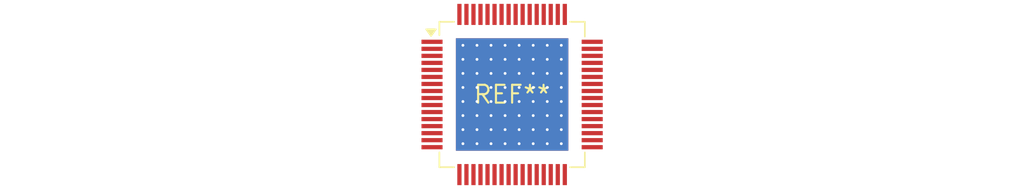
<source format=kicad_pcb>
(kicad_pcb (version 20240108) (generator pcbnew)
  (layers (0 "F.Cu" signal) (31 "B.Cu" signal) (34 "B.Paste" user) (35 "F.Paste" user) (36 "B.SilkS" user "B.Silkscreen") (37 "F.SilkS" user "F.Silkscreen") (38 "B.Mask" user) (39 "F.Mask" user) (44 "Edge.Cuts" user))
  (net 0 "")
  (footprint "HTQFP-64-1EP_10x10mm_P0.5mm_EP8x8mm_Mask4.4x4.4mm_ThermalVias" (layer "F.Cu") (at 0 0)
    (property "Reference" "REF**")
    (property "Value" "HTQFP-64-1EP_10x10mm_P0.5mm_EP8x8mm_Mask4.4x4.4mm_ThermalVias")
    (fp_line (start -5.175 -5.175) (end -5.175 -4.225) (layer "F.SilkS") (stroke (width 0.12)))
    (fp_line (start -5.175 -5.175) (end -4.125 -5.175) (layer "F.SilkS") (stroke (width 0.12)))
    (fp_line (start -5.175 5.175) (end -5.175 4.125) (layer "F.SilkS") (stroke (width 0.12)))
    (fp_line (start -5.175 5.175) (end -4.125 5.175) (layer "F.SilkS") (stroke (width 0.12)))
    (fp_line (start 5.175 -5.175) (end 4.125 -5.175) (layer "F.SilkS") (stroke (width 0.12)))
    (fp_line (start 5.175 -5.175) (end 5.175 -4.125) (layer "F.SilkS") (stroke (width 0.12)))
    (fp_line (start 5.175 5.175) (end 4.125 5.175) (layer "F.SilkS") (stroke (width 0.12)))
    (fp_line (start 5.175 5.175) (end 5.175 4.125) (layer "F.SilkS") (stroke (width 0.12)))
    (fp_poly (pts (xy -5.77 -4.17) (xy -6.11 -4.64) (xy -5.43 -4.64) (xy -5.77 -4.17)) (layer "F.SilkS") (stroke (width 0.12)) (fill solid))
    (pad "1" smd rect (at -5.7 -3.75) (size 1.5 0.3) (layers "F.Cu" "F.Paste" "F.Mask"))
    (pad "2" smd rect (at -5.7 -3.25) (size 1.5 0.3) (layers "F.Cu" "F.Paste" "F.Mask"))
    (pad "3" smd rect (at -5.7 -2.75) (size 1.5 0.3) (layers "F.Cu" "F.Paste" "F.Mask"))
    (pad "4" smd rect (at -5.7 -2.25) (size 1.5 0.3) (layers "F.Cu" "F.Paste" "F.Mask"))
    (pad "5" smd rect (at -5.7 -1.75) (size 1.5 0.3) (layers "F.Cu" "F.Paste" "F.Mask"))
    (pad "6" smd rect (at -5.7 -1.25) (size 1.5 0.3) (layers "F.Cu" "F.Paste" "F.Mask"))
    (pad "7" smd rect (at -5.7 -0.75) (size 1.5 0.3) (layers "F.Cu" "F.Paste" "F.Mask"))
    (pad "8" smd rect (at -5.7 -0.25) (size 1.5 0.3) (layers "F.Cu" "F.Paste" "F.Mask"))
    (pad "9" smd rect (at -5.7 0.25) (size 1.5 0.3) (layers "F.Cu" "F.Paste" "F.Mask"))
    (pad "10" smd rect (at -5.7 0.75) (size 1.5 0.3) (layers "F.Cu" "F.Paste" "F.Mask"))
    (pad "11" smd rect (at -5.7 1.25) (size 1.5 0.3) (layers "F.Cu" "F.Paste" "F.Mask"))
    (pad "12" smd rect (at -5.7 1.75) (size 1.5 0.3) (layers "F.Cu" "F.Paste" "F.Mask"))
    (pad "13" smd rect (at -5.7 2.25) (size 1.5 0.3) (layers "F.Cu" "F.Paste" "F.Mask"))
    (pad "14" smd rect (at -5.7 2.75) (size 1.5 0.3) (layers "F.Cu" "F.Paste" "F.Mask"))
    (pad "15" smd rect (at -5.7 3.25) (size 1.5 0.3) (layers "F.Cu" "F.Paste" "F.Mask"))
    (pad "16" smd rect (at -5.7 3.75) (size 1.5 0.3) (layers "F.Cu" "F.Paste" "F.Mask"))
    (pad "17" smd rect (at -3.75 5.7 90) (size 1.5 0.3) (layers "F.Cu" "F.Paste" "F.Mask"))
    (pad "18" smd rect (at -3.25 5.7 90) (size 1.5 0.3) (layers "F.Cu" "F.Paste" "F.Mask"))
    (pad "19" smd rect (at -2.75 5.7 90) (size 1.5 0.3) (layers "F.Cu" "F.Paste" "F.Mask"))
    (pad "20" smd rect (at -2.25 5.7 90) (size 1.5 0.3) (layers "F.Cu" "F.Paste" "F.Mask"))
    (pad "21" smd rect (at -1.75 5.7 90) (size 1.5 0.3) (layers "F.Cu" "F.Paste" "F.Mask"))
    (pad "22" smd rect (at -1.25 5.7 90) (size 1.5 0.3) (layers "F.Cu" "F.Paste" "F.Mask"))
    (pad "23" smd rect (at -0.75 5.7 90) (size 1.5 0.3) (layers "F.Cu" "F.Paste" "F.Mask"))
    (pad "24" smd rect (at -0.25 5.7 90) (size 1.5 0.3) (layers "F.Cu" "F.Paste" "F.Mask"))
    (pad "25" smd rect (at 0.25 5.7 90) (size 1.5 0.3) (layers "F.Cu" "F.Paste" "F.Mask"))
    (pad "26" smd rect (at 0.75 5.7 90) (size 1.5 0.3) (layers "F.Cu" "F.Paste" "F.Mask"))
    (pad "27" smd rect (at 1.25 5.7 90) (size 1.5 0.3) (layers "F.Cu" "F.Paste" "F.Mask"))
    (pad "28" smd rect (at 1.75 5.7 90) (size 1.5 0.3) (layers "F.Cu" "F.Paste" "F.Mask"))
    (pad "29" smd rect (at 2.25 5.7 90) (size 1.5 0.3) (layers "F.Cu" "F.Paste" "F.Mask"))
    (pad "30" smd rect (at 2.75 5.7 90) (size 1.5 0.3) (layers "F.Cu" "F.Paste" "F.Mask"))
    (pad "31" smd rect (at 3.25 5.7 90) (size 1.5 0.3) (layers "F.Cu" "F.Paste" "F.Mask"))
    (pad "32" smd rect (at 3.75 5.7 90) (size 1.5 0.3) (layers "F.Cu" "F.Paste" "F.Mask"))
    (pad "33" smd rect (at 5.7 3.75) (size 1.5 0.3) (layers "F.Cu" "F.Paste" "F.Mask"))
    (pad "34" smd rect (at 5.7 3.25) (size 1.5 0.3) (layers "F.Cu" "F.Paste" "F.Mask"))
    (pad "35" smd rect (at 5.7 2.75) (size 1.5 0.3) (layers "F.Cu" "F.Paste" "F.Mask"))
    (pad "36" smd rect (at 5.7 2.25) (size 1.5 0.3) (layers "F.Cu" "F.Paste" "F.Mask"))
    (pad "37" smd rect (at 5.7 1.75) (size 1.5 0.3) (layers "F.Cu" "F.Paste" "F.Mask"))
    (pad "38" smd rect (at 5.7 1.25) (size 1.5 0.3) (layers "F.Cu" "F.Paste" "F.Mask"))
    (pad "39" smd rect (at 5.7 0.75) (size 1.5 0.3) (layers "F.Cu" "F.Paste" "F.Mask"))
    (pad "40" smd rect (at 5.7 0.25) (size 1.5 0.3) (layers "F.Cu" "F.Paste" "F.Mask"))
    (pad "41" smd rect (at 5.7 -0.25) (size 1.5 0.3) (layers "F.Cu" "F.Paste" "F.Mask"))
    (pad "42" smd rect (at 5.7 -0.75) (size 1.5 0.3) (layers "F.Cu" "F.Paste" "F.Mask"))
    (pad "43" smd rect (at 5.7 -1.25) (size 1.5 0.3) (layers "F.Cu" "F.Paste" "F.Mask"))
    (pad "44" smd rect (at 5.7 -1.75) (size 1.5 0.3) (layers "F.Cu" "F.Paste" "F.Mask"))
    (pad "45" smd rect (at 5.7 -2.25) (size 1.5 0.3) (layers "F.Cu" "F.Paste" "F.Mask"))
    (pad "46" smd rect (at 5.7 -2.75) (size 1.5 0.3) (layers "F.Cu" "F.Paste" "F.Mask"))
    (pad "47" smd rect (at 5.7 -3.25) (size 1.5 0.3) (layers "F.Cu" "F.Paste" "F.Mask"))
    (pad "48" smd rect (at 5.7 -3.75) (size 1.5 0.3) (layers "F.Cu" "F.Paste" "F.Mask"))
    (pad "49" smd rect (at 3.75 -5.7 90) (size 1.5 0.3) (layers "F.Cu" "F.Paste" "F.Mask"))
    (pad "50" smd rect (at 3.25 -5.7 90) (size 1.5 0.3) (layers "F.Cu" "F.Paste" "F.Mask"))
    (pad "51" smd rect (at 2.75 -5.7 90) (size 1.5 0.3) (layers "F.Cu" "F.Paste" "F.Mask"))
    (pad "52" smd rect (at 2.25 -5.7 90) (size 1.5 0.3) (layers "F.Cu" "F.Paste" "F.Mask"))
    (pad "53" smd rect (at 1.75 -5.7 90) (size 1.5 0.3) (layers "F.Cu" "F.Paste" "F.Mask"))
    (pad "54" smd rect (at 1.25 -5.7 90) (size 1.5 0.3) (layers "F.Cu" "F.Paste" "F.Mask"))
    (pad "55" smd rect (at 0.75 -5.7 90) (size 1.5 0.3) (layers "F.Cu" "F.Paste" "F.Mask"))
    (pad "56" smd rect (at 0.25 -5.7 90) (size 1.5 0.3) (layers "F.Cu" "F.Paste" "F.Mask"))
    (pad "57" smd rect (at -0.25 -5.7 90) (size 1.5 0.3) (layers "F.Cu" "F.Paste" "F.Mask"))
    (pad "58" smd rect (at -0.75 -5.7 90) (size 1.5 0.3) (layers "F.Cu" "F.Paste" "F.Mask"))
    (pad "59" smd rect (at -1.25 -5.7 90) (size 1.5 0.3) (layers "F.Cu" "F.Paste" "F.Mask"))
    (pad "60" smd rect (at -1.75 -5.7 90) (size 1.5 0.3) (layers "F.Cu" "F.Paste" "F.Mask"))
    (pad "61" smd rect (at -2.25 -5.7 90) (size 1.5 0.3) (layers "F.Cu" "F.Paste" "F.Mask"))
    (pad "62" smd rect (at -2.75 -5.7 90) (size 1.5 0.3) (layers "F.Cu" "F.Paste" "F.Mask"))
    (pad "63" smd rect (at -3.25 -5.7 90) (size 1.5 0.3) (layers "F.Cu" "F.Paste" "F.Mask"))
    (pad "64" smd rect (at -3.75 -5.7 90) (size 1.5 0.3) (layers "F.Cu" "F.Paste" "F.Mask"))
    (pad "65" thru_hole circle (at -3.5 -3.5 90) (size 0.5 0.5) (drill 0.2) (layers *.Cu) (remove_unused_layers))
    (pad "65" thru_hole circle (at -3.5 -2.5 90) (size 0.5 0.5) (drill 0.2) (layers *.Cu) (remove_unused_layers))
    (pad "65" thru_hole circle (at -3.5 -1.5 90) (size 0.5 0.5) (drill 0.2) (layers *.Cu) (remove_unused_layers))
    (pad "65" thru_hole circle (at -3.5 -0.5 90) (size 0.5 0.5) (drill 0.2) (layers *.Cu) (remove_unused_layers))
    (pad "65" thru_hole circle (at -3.5 0.5 90) (size 0.5 0.5) (drill 0.2) (layers *.Cu) (remove_unused_layers))
    (pad "65" thru_hole circle (at -3.5 1.5 90) (size 0.5 0.5) (drill 0.2) (layers *.Cu) (remove_unused_layers))
    (pad "65" thru_hole circle (at -3.5 2.5 90) (size 0.5 0.5) (drill 0.2) (layers *.Cu) (remove_unused_layers))
    (pad "65" thru_hole circle (at -3.5 3.5 90) (size 0.5 0.5) (drill 0.2) (layers *.Cu) (remove_unused_layers))
    (pad "65" thru_hole circle (at -2.5 -3.5 90) (size 0.5 0.5) (drill 0.2) (layers *.Cu) (remove_unused_layers))
    (pad "65" thru_hole circle (at -2.5 -2.5 90) (size 0.5 0.5) (drill 0.2) (layers *.Cu) (remove_unused_layers))
    (pad "65" thru_hole circle (at -2.5 -1.5 90) (size 0.5 0.5) (drill 0.2) (layers *.Cu) (remove_unused_layers))
    (pad "65" thru_hole circle (at -2.5 -0.5 90) (size 0.5 0.5) (drill 0.2) (layers *.Cu) (remove_unused_layers))
    (pad "65" thru_hole circle (at -2.5 0.5 90) (size 0.5 0.5) (drill 0.2) (layers *.Cu) (remove_unused_layers))
    (pad "65" thru_hole circle (at -2.5 1.5 90) (size 0.5 0.5) (drill 0.2) (layers *.Cu) (remove_unused_layers))
    (pad "65" thru_hole circle (at -2.5 2.5 90) (size 0.5 0.5) (drill 0.2) (layers *.Cu) (remove_unused_layers))
    (pad "65" thru_hole circle (at -2.5 3.5 90) (size 0.5 0.5) (drill 0.2) (layers *.Cu) (remove_unused_layers))
    (pad "65" thru_hole circle (at -1.5 -3.5 90) (size 0.5 0.5) (drill 0.2) (layers *.Cu) (remove_unused_layers))
    (pad "65" thru_hole circle (at -1.5 -2.5 90) (size 0.5 0.5) (drill 0.2) (layers *.Cu) (remove_unused_layers))
    (pad "65" thru_hole circle (at -1.5 -1.5 90) (size 0.5 0.5) (drill 0.2) (layers *.Cu) (remove_unused_layers))
    (pad "65" thru_hole circle (at -1.5 -0.5 90) (size 0.5 0.5) (drill 0.2) (layers *.Cu) (remove_unused_layers))
    (pad "65" thru_hole circle (at -1.5 0.5 90) (size 0.5 0.5) (drill 0.2) (layers *.Cu) (remove_unused_layers))
    (pad "65" thru_hole circle (at -1.5 1.5 90) (size 0.5 0.5) (drill 0.2) (layers *.Cu) (remove_unused_layers))
    (pad "65" thru_hole circle (at -1.5 2.5 90) (size 0.5 0.5) (drill 0.2) (layers *.Cu) (remove_unused_layers))
    (pad "65" thru_hole circle (at -1.5 3.5 90) (size 0.5 0.5) (drill 0.2) (layers *.Cu) (remove_unused_layers))
    (pad "65" thru_hole circle (at -0.5 -3.5 90) (size 0.5 0.5) (drill 0.2) (layers *.Cu) (remove_unused_layers))
    (pad "65" thru_hole circle (at -0.5 -2.5 90) (size 0.5 0.5) (drill 0.2) (layers *.Cu) (remove_unused_layers))
    (pad "65" thru_hole circle (at -0.5 -1.5 90) (size 0.5 0.5) (drill 0.2) (layers *.Cu) (remove_unused_layers))
    (pad "65" thru_hole circle (at -0.5 -0.5 90) (size 0.5 0.5) (drill 0.2) (layers *.Cu) (remove_unused_layers))
    (pad "65" thru_hole circle (at -0.5 0.5 90) (size 0.5 0.5) (drill 0.2) (layers *.Cu) (remove_unused_layers))
    (pad "65" thru_hole circle (at -0.5 1.5 90) (size 0.5 0.5) (drill 0.2) (layers *.Cu) (remove_unused_layers))
    (pad "65" thru_hole circle (at -0.5 2.5 90) (size 0.5 0.5) (drill 0.2) (layers *.Cu) (remove_unused_layers))
    (pad "65" thru_hole circle (at -0.5 3.5 90) (size 0.5 0.5) (drill 0.2) (layers *.Cu) (remove_unused_layers))
    (pad "65" smd rect (at 0 0 180) (size 8 8) (layers "F.Cu"))
    (pad "65" smd rect (at 0 0 180) (size 8 8) (layers "B.Cu"))
    (pad "65" thru_hole circle (at 0.5 -3.5 90) (size 0.5 0.5) (drill 0.2) (layers *.Cu) (remove_unused_layers))
    (pad "65" thru_hole circle (at 0.5 -2.5 90) (size 0.5 0.5) (drill 0.2) (layers *.Cu) (remove_unused_layers))
    (pad "65" thru_hole circle (at 0.5 -1.5 90) (size 0.5 0.5) (drill 0.2) (layers *.Cu) (remove_unused_layers))
    (pad "65" thru_hole circle (at 0.5 -0.5 90) (size 0.5 0.5) (drill 0.2) (layers *.Cu) (remove_unused_layers))
    (pad "65" thru_hole circle (at 0.5 0.5 90) (size 0.5 0.5) (drill 0.2) (layers *.Cu) (remove_unused_layers))
    (pad "65" thru_hole circle (at 0.5 1.5 90) (size 0.5 0.5) (drill 0.2) (layers *.Cu) (remove_unused_layers))
    (pad "65" thru_hole circle (at 0.5 2.5 90) (size 0.5 0.5) (drill 0.2) (layers *.Cu) (remove_unused_layers))
    (pad "65" thru_hole circle (at 0.5 3.5 90) (size 0.5 0.5) (drill 0.2) (layers *.Cu) (remove_unused_layers))
    (pad "65" thru_hole circle (at 1.5 -3.5 90) (size 0.5 0.5) (drill 0.2) (layers *.Cu) (remove_unused_layers))
    (pad "65" thru_hole circle (at 1.5 -2.5 90) (size 0.5 0.5) (drill 0.2) (layers *.Cu) (remove_unused_layers))
    (pad "65" thru_hole circle (at 1.5 -1.5 90) (size 0.5 0.5) (drill 0.2) (layers *.Cu) (remove_unused_layers))
    (pad "65" thru_hole circle (at 1.5 -0.5 90) (size 0.5 0.5) (drill 0.2) (layers *.Cu) (remove_unused_layers))
    (pad "65" thru_hole circle (at 1.5 0.5 90) (size 0.5 0.5) (drill 0.2) (layers *.Cu) (remove_unused_layers))
    (pad "65" thru_hole circle (at 1.5 1.5 90) (size 0.5 0.5) (drill 0.2) (layers *.Cu) (remove_unused_layers))
    (pad "65" thru_hole circle (at 1.5 2.5 90) (size 0.5 0.5) (drill 0.2) (layers *.Cu) (remove_unused_layers))
    (pad "65" thru_hole circle (at 1.5 3.5 90) (size 0.5 0.5) (drill 0.2) (layers *.Cu) (remove_unused_layers))
    (pad "65" thru_hole circle (at 2.5 -3.5 90) (size 0.5 0.5) (drill 0.2) (layers *.Cu) (remove_unused_layers))
    (pad "65" thru_hole circle (at 2.5 -2.5 90) (size 0.5 0.5) (drill 0.2) (layers *.Cu) (remove_unused_layers))
    (pad "65" thru_hole circle (at 2.5 -1.5 90) (size 0.5 0.5) (drill 0.2) (layers *.Cu) (remove_unused_layers))
    (pad "65" thru_hole circle (at 2.5 -0.5 90) (size 0.5 0.5) (drill 0.2) (layers *.Cu) (remove_unused_layers))
    (pad "65" thru_hole circle (at 2.5 0.5 90) (size 0.5 0.5) (drill 0.2) (layers *.Cu) (remove_unused_layers))
    (pad "65" thru_hole circle (at 2.5 1.5 90) (size 0.5 0.5) (drill 0.2) (layers *.Cu) (remove_unused_layers))
    (pad "65" thru_hole circle (at 2.5 2.5 90) (size 0.5 0.5) (drill 0.2) (layers *.Cu) (remove_unused_layers))
    (pad "65" thru_hole circle (at 2.5 3.5 90) (size 0.5 0.5) (drill 0.2) (layers *.Cu) (remove_unused_layers))
    (pad "65" thru_hole circle (at 3.5 -3.5 90) (size 0.5 0.5) (drill 0.2) (layers *.Cu) (remove_unused_layers))
    (pad "65" thru_hole circle (at 3.5 -2.5 90) (size 0.5 0.5) (drill 0.2) (layers *.Cu) (remove_unused_layers))
    (pad "65" thru_hole circle (at 3.5 -1.5 90) (size 0.5 0.5) (drill 0.2) (layers *.Cu) (remove_unused_layers))
    (pad "65" thru_hole circle (at 3.5 -0.5 90) (size 0.5 0.5) (drill 0.2) (layers *.Cu) (remove_unused_layers))
    (pad "65" thru_hole circle (at 3.5 0.5 90) (size 0.5 0.5) (drill 0.2) (layers *.Cu) (remove_unused_layers))
    (pad "65" thru_hole circle (at 3.5 1.5 90) (size 0.5 0.5) (drill 0.2) (layers *.Cu) (remove_unused_layers))
    (pad "65" thru_hole circle (at 3.5 2.5 90) (size 0.5 0.5) (drill 0.2) (layers *.Cu) (remove_unused_layers))
    (pad "65" thru_hole circle (at 3.5 3.5 90) (size 0.5 0.5) (drill 0.2) (layers *.Cu) (remove_unused_layers))
  )
)
</source>
